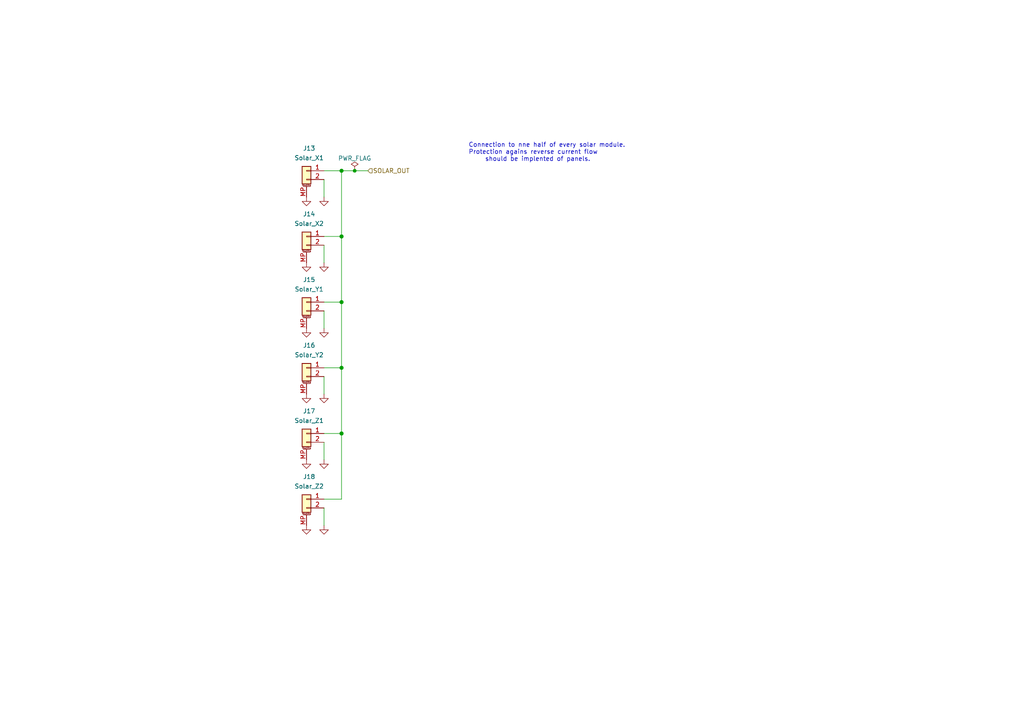
<source format=kicad_sch>
(kicad_sch (version 20210621) (generator eeschema)
  (paper "A4")
  (title_block (title "BUTCube - EPS") (date "2021-06-01") (rev "v1.0") (company "VUT - FIT(STRaDe) & FME(IAE & IPE)") (comment 1 "Author: Petr Malaník"))
  (lib_symbols
    (symbol "Connector_Generic_MountingPin:Conn_01x02_MountingPin" (pin_names (offset 1.016) hide)
      (property "Reference" "J" (at 0 2.54 0))
      (property "Value" "Conn_01x02_MountingPin" (at 1.27 -5.08 0))
      (symbol "Conn_01x02_MountingPin_1_1"
        (text "Mounting" (at 0 -4.191 0) (effects (font (size 0.381 0.381))))
        (rectangle (start -1.27 -2.413) (end 0 -2.667) (stroke (width 0.1524)))
        (rectangle (start -1.27 0.127) (end 0 -0.127) (stroke (width 0.1524)))
        (rectangle (start -1.27 1.27) (end 1.27 -3.81) (stroke (width 0.254)) (fill (type background)))
        (polyline (pts (xy -1.016 -4.572) (xy 1.016 -4.572)) (stroke (width 0.1524)))
        (pin passive line (at -5.08 0 0) (length 3.81) (name "Pin_1") (number "1"))
        (pin passive line (at -5.08 -2.54 0) (length 3.81) (name "Pin_2") (number "2"))
        (pin passive line (at 0 -7.62 90) (length 3.048) (name "MountPin") (number "MP"))
      )
    )
    (symbol "power:GND" (power) (pin_names (offset 0))
      (property "Value" "GND" (at 0 -3.81 0))
      (symbol "GND_0_1"
        (polyline (pts (xy 0 0) (xy 0 -1.27) (xy 1.27 -1.27) (xy 0 -2.54) (xy -1.27 -1.27) (xy 0 -1.27)))
      )
      (symbol "GND_1_1"
        (pin power_in line (at 0 0 270) (length 0) hide (name "GND") (number "1"))
      )
    )
    (symbol "power:PWR_FLAG" (power) (pin_numbers hide) (pin_names (offset 0) hide)
      (property "Value" "PWR_FLAG" (at 0 3.81 0))
      (symbol "PWR_FLAG_0_0"
        (pin power_out line (at 0 0 90) (length 0) (name "pwr") (number "1"))
      )
      (symbol "PWR_FLAG_0_1"
        (polyline (pts (xy 0 0) (xy 0 1.27) (xy -1.016 1.905) (xy 0 2.54) (xy 1.016 1.905) (xy 0 1.27)))
      )
    )
  )
  (junction (at 99.06 49.53) (diameter 1.016))
  (junction (at 99.06 68.58) (diameter 1.016))
  (junction (at 99.06 87.63) (diameter 1.016))
  (junction (at 99.06 106.68) (diameter 1.016))
  (junction (at 99.06 125.73) (diameter 1.016))
  (junction (at 102.87 49.53) (diameter 0.9144))
  (wire (pts (xy 93.98 49.53) (xy 99.06 49.53)))
  (wire (pts (xy 93.98 52.07) (xy 93.98 57.15)))
  (wire (pts (xy 93.98 68.58) (xy 99.06 68.58)))
  (wire (pts (xy 93.98 71.12) (xy 93.98 76.2)))
  (wire (pts (xy 93.98 87.63) (xy 99.06 87.63)))
  (wire (pts (xy 93.98 90.17) (xy 93.98 95.25)))
  (wire (pts (xy 93.98 106.68) (xy 99.06 106.68)))
  (wire (pts (xy 93.98 109.22) (xy 93.98 114.3)))
  (wire (pts (xy 93.98 125.73) (xy 99.06 125.73)))
  (wire (pts (xy 93.98 128.27) (xy 93.98 133.35)))
  (wire (pts (xy 93.98 147.32) (xy 93.98 152.4)))
  (wire (pts (xy 99.06 49.53) (xy 99.06 68.58)))
  (wire (pts (xy 99.06 49.53) (xy 102.87 49.53)))
  (wire (pts (xy 99.06 68.58) (xy 99.06 87.63)))
  (wire (pts (xy 99.06 87.63) (xy 99.06 106.68)))
  (wire (pts (xy 99.06 106.68) (xy 99.06 125.73)))
  (wire (pts (xy 99.06 125.73) (xy 99.06 144.78)))
  (wire (pts (xy 99.06 144.78) (xy 93.98 144.78)))
  (wire (pts (xy 102.87 49.53) (xy 106.68 49.53)))
  (text "Connection to nne half of every solar module.\nProtection agains reverse current flow\n	should be implented of panels." (at 135.89 46.99 0) (effects (font (size 1.27 1.27)) (justify left bottom)))
  (hierarchical_label "SOLAR_OUT" (shape input) (at 106.68 49.53 0))
  (symbol (lib_id "power:PWR_FLAG") (at 102.87 49.53 0)
    (property "Reference" "#FLG08" (effects hide))
    (property "Value" "PWR_FLAG" (at 102.87 45.9254 0))
  )
  (symbol (lib_id "power:GND") (at 88.9 57.15 0)
    (property "Reference" "#PWR0104" (effects hide))
    (property "Value" "GND" (effects hide))
  )
  (symbol (lib_id "power:GND") (at 88.9 76.2 0)
    (property "Reference" "#PWR0105" (effects hide))
    (property "Value" "GND" (effects hide))
  )
  (symbol (lib_id "power:GND") (at 88.9 95.25 0)
    (property "Reference" "#PWR0106" (effects hide))
    (property "Value" "GND" (effects hide))
  )
  (symbol (lib_id "power:GND") (at 88.9 114.3 0)
    (property "Reference" "#PWR0107" (effects hide))
    (property "Value" "GND" (effects hide))
  )
  (symbol (lib_id "power:GND") (at 88.9 133.35 0)
    (property "Reference" "#PWR0108" (effects hide))
    (property "Value" "GND" (effects hide))
  )
  (symbol (lib_id "power:GND") (at 88.9 152.4 0)
    (property "Reference" "#PWR0109" (effects hide))
    (property "Value" "GND" (effects hide))
  )
  (symbol (lib_id "power:GND") (at 93.98 57.15 0)
    (property "Reference" "#PWR0110" (effects hide))
    (property "Value" "GND" (effects hide))
  )
  (symbol (lib_id "power:GND") (at 93.98 76.2 0)
    (property "Reference" "#PWR0111" (effects hide))
    (property "Value" "GND" (effects hide))
  )
  (symbol (lib_id "power:GND") (at 93.98 95.25 0)
    (property "Reference" "#PWR0112" (effects hide))
    (property "Value" "GND" (effects hide))
  )
  (symbol (lib_id "power:GND") (at 93.98 114.3 0)
    (property "Reference" "#PWR0113" (effects hide))
    (property "Value" "GND" (effects hide))
  )
  (symbol (lib_id "power:GND") (at 93.98 133.35 0)
    (property "Reference" "#PWR0114" (effects hide))
    (property "Value" "GND" (effects hide))
  )
  (symbol (lib_id "power:GND") (at 93.98 152.4 0)
    (property "Reference" "#PWR0115" (effects hide))
    (property "Value" "GND" (effects hide))
  )
  (symbol (lib_id "Connector_Generic_MountingPin:Conn_01x02_MountingPin") (at 88.9 49.53 0) (mirror y)
    (property "Reference" "J13" (at 89.662 43.0234 0))
    (property "Value" "Solar_X1" (at 89.662 45.7985 0))
    (property "Footprint" "TCY_connectors:Amphenol_10114830-11102LF_1x02_P1.25mm_Horizontal" (effects hide))
  )
  (symbol (lib_id "Connector_Generic_MountingPin:Conn_01x02_MountingPin") (at 88.9 68.58 0) (mirror y)
    (property "Reference" "J14" (at 89.662 62.0734 0))
    (property "Value" "Solar_X2" (at 89.662 64.8485 0))
    (property "Footprint" "TCY_connectors:Amphenol_10114830-11102LF_1x02_P1.25mm_Horizontal" (effects hide))
  )
  (symbol (lib_id "Connector_Generic_MountingPin:Conn_01x02_MountingPin") (at 88.9 87.63 0) (mirror y)
    (property "Reference" "J15" (at 89.662 81.1234 0))
    (property "Value" "Solar_Y1" (at 89.662 83.8985 0))
    (property "Footprint" "TCY_connectors:Amphenol_10114830-11102LF_1x02_P1.25mm_Horizontal" (effects hide))
  )
  (symbol (lib_id "Connector_Generic_MountingPin:Conn_01x02_MountingPin") (at 88.9 106.68 0) (mirror y)
    (property "Reference" "J16" (at 89.662 100.1734 0))
    (property "Value" "Solar_Y2" (at 89.662 102.9485 0))
    (property "Footprint" "TCY_connectors:Amphenol_10114830-11102LF_1x02_P1.25mm_Horizontal" (effects hide))
  )
  (symbol (lib_id "Connector_Generic_MountingPin:Conn_01x02_MountingPin") (at 88.9 125.73 0) (mirror y)
    (property "Reference" "J17" (at 89.662 119.2234 0))
    (property "Value" "Solar_Z1" (at 89.662 121.9985 0))
    (property "Footprint" "TCY_connectors:Amphenol_10114830-11102LF_1x02_P1.25mm_Horizontal" (effects hide))
  )
  (symbol (lib_id "Connector_Generic_MountingPin:Conn_01x02_MountingPin") (at 88.9 144.78 0) (mirror y)
    (property "Reference" "J18" (at 89.662 138.2734 0))
    (property "Value" "Solar_Z2" (at 89.662 141.0485 0))
    (property "Footprint" "TCY_connectors:Amphenol_10114830-11102LF_1x02_P1.25mm_Horizontal" (effects hide))
  )
)
</source>
